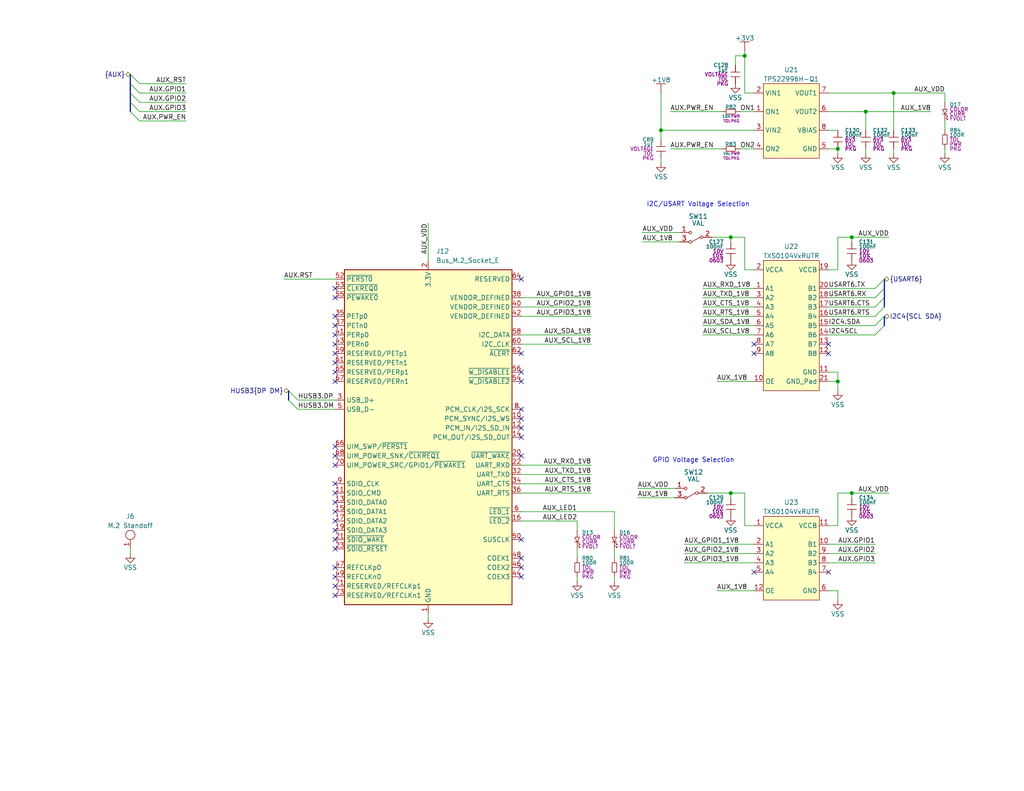
<source format=kicad_sch>
(kicad_sch (version 20250114) (generator "eeschema") (generator_version "9.0")
  (paper "USLetter")
  (title_block (title "Auxillary M.2 Card") (date "2025-03-06") (rev "1") (comment 2 "PROTOTYPE") (comment 3 "2025"))
  (lib_symbols
    (symbol ".DS-Switches:SPDT"
      (property "Reference" "SW?" (at 0 5.715 0))
      (property "Value" "VAL" (at 0 3.81 0))
      (symbol "SPDT_0_1"
        (circle (center -0.889 0) (radius 0.381))
        (polyline (pts (xy -0.508 0) (xy 1.778 -1.27)))
        (circle (center 2.159 1.27) (radius 0.381))
        (circle (center 2.159 -1.27) (radius 0.381))
      )
      (symbol "SPDT_1_0"
        (pin passive line (at -3.81 0 0) (length 2.54) (name "") (number "2"))
        (pin passive line (at 5.08 1.27 180) (length 2.54) (name "") (number "1"))
        (pin passive line (at 5.08 -1.27 180) (length 2.54) (name "") (number "3"))
      )
    )
    (symbol "lib_sch:+1V8" (power) (pin_numbers (hide yes)) (pin_names (offset 0) (hide yes))
      (property "Value" "+1V8" (at 0 3.556 0))
      (symbol "+1V8_0_1"
        (polyline (pts (xy -1.27 2.54) (xy 0 2.54)))
        (polyline (pts (xy 0 2.54) (xy 1.27 2.54)))
        (polyline (pts (xy 0 0) (xy 0 2.54)))
      )
      (symbol "+1V8_1_1"
        (pin power_in line (at 0 0 90) (length 0) (name "~") (number "1"))
      )
    )
    (symbol "lib_sch:+3V3" (power) (pin_numbers (hide yes)) (pin_names (offset 0) (hide yes))
      (property "Value" "+3V3" (at 0 3.556 0))
      (symbol "+3V3_0_1"
        (polyline (pts (xy -1.27 2.54) (xy 0 2.54)))
        (polyline (pts (xy 0 2.54) (xy 1.27 2.54)))
        (polyline (pts (xy 0 0) (xy 0 2.54)))
      )
      (symbol "+3V3_1_1"
        (pin power_in line (at 0 0 90) (length 0) (name "~") (number "1"))
      )
    )
    (symbol "lib_sch:Bus_M.2_Socket_E"
      (property "Reference" "J" (at -22.86 46.99 0))
      (property "Value" "Bus_M.2_Socket_E" (at 16.51 46.99 0))
      (symbol "Bus_M.2_Socket_E_0_1"
        (rectangle (start -22.86 45.72) (end 22.86 -45.72) (stroke (width 0.254)) (fill (type background)))
      )
      (symbol "Bus_M.2_Socket_E_1_1"
        (pin output line (at -25.4 43.18 0) (length 2.54) (name "~{PERST0}") (number "52"))
        (pin bidirectional line (at -25.4 40.64 0) (length 2.54) (name "~{CLKREQ0}") (number "53"))
        (pin bidirectional line (at -25.4 38.1 0) (length 2.54) (name "~{PEWAKE0}") (number "55"))
        (pin output line (at -25.4 33.02 0) (length 2.54) (name "PETp0") (number "35"))
        (pin output line (at -25.4 30.48 0) (length 2.54) (name "PETn0") (number "37"))
        (pin input line (at -25.4 27.94 0) (length 2.54) (name "PERp0") (number "41"))
        (pin input line (at -25.4 25.4 0) (length 2.54) (name "PERn0") (number "43"))
        (pin output line (at -25.4 22.86 0) (length 2.54) (name "RESERVED/PETp1") (number "59"))
        (pin output line (at -25.4 20.32 0) (length 2.54) (name "RESERVED/PETn1") (number "61"))
        (pin input line (at -25.4 17.78 0) (length 2.54) (name "RESERVED/PERp1") (number "65"))
        (pin input line (at -25.4 15.24 0) (length 2.54) (name "RESERVED/PERn1") (number "67"))
        (pin bidirectional line (at -25.4 10.16 0) (length 2.54) (name "USB_D+") (number "3"))
        (pin bidirectional line (at -25.4 7.62 0) (length 2.54) (name "USB_D-") (number "5"))
        (pin output line (at -25.4 -2.54 0) (length 2.54) (name "UIM_SWP/~{PERST1}") (number "66"))
        (pin bidirectional line (at -25.4 -5.08 0) (length 2.54) (name "UIM_POWER_SNK/~{CLKREQ1}") (number "68"))
        (pin bidirectional line (at -25.4 -7.62 0) (length 2.54) (name "UIM_POWER_SRC/GPIO1/~{PEWAKE1}") (number "70"))
        (pin output line (at -25.4 -12.7 0) (length 2.54) (name "SDIO_CLK") (number "9"))
        (pin bidirectional line (at -25.4 -15.24 0) (length 2.54) (name "SDIO_CMD") (number "11"))
        (pin bidirectional line (at -25.4 -17.78 0) (length 2.54) (name "SDIO_DATA0") (number "13"))
        (pin bidirectional line (at -25.4 -20.32 0) (length 2.54) (name "SDIO_DATA1") (number "15"))
        (pin bidirectional line (at -25.4 -22.86 0) (length 2.54) (name "SDIO_DATA2") (number "17"))
        (pin bidirectional line (at -25.4 -25.4 0) (length 2.54) (name "SDIO_DATA3") (number "19"))
        (pin input line (at -25.4 -27.94 0) (length 2.54) (name "~{SDIO_WAKE}") (number "21"))
        (pin output line (at -25.4 -30.48 0) (length 2.54) (name "~{SDIO_RESET}") (number "23"))
        (pin output line (at -25.4 -35.56 0) (length 2.54) (name "REFCLKp0") (number "47"))
        (pin output line (at -25.4 -38.1 0) (length 2.54) (name "REFCLKn0") (number "49"))
        (pin output line (at -25.4 -40.64 0) (length 2.54) (name "RESERVED/REFCLKp1") (number "71"))
        (pin output line (at -25.4 -43.18 0) (length 2.54) (name "RESERVED/REFCLKn1") (number "73"))
        (pin power_in line (at 0 48.26 270) (length 2.54) (name "3.3V") (number "2"))
        (pin passive line (at 0 48.26 270) (length 2.54) (hide yes) (name "3.3V") (number "4"))
        (pin passive line (at 0 48.26 270) (length 2.54) (hide yes) (name "3.3V") (number "72"))
        (pin passive line (at 0 48.26 270) (length 2.54) (hide yes) (name "3.3V") (number "74"))
        (pin power_in line (at 0 -48.26 90) (length 2.54) (name "GND") (number "1"))
        (pin passive line (at 0 -48.26 90) (length 2.54) (hide yes) (name "GND") (number "18"))
        (pin passive line (at 0 -48.26 90) (length 2.54) (hide yes) (name "GND") (number "33"))
        (pin passive line (at 0 -48.26 90) (length 2.54) (hide yes) (name "GND") (number "39"))
        (pin passive line (at 0 -48.26 90) (length 2.54) (hide yes) (name "GND") (number "45"))
        (pin passive line (at 0 -48.26 90) (length 2.54) (hide yes) (name "GND") (number "51"))
        (pin passive line (at 0 -48.26 90) (length 2.54) (hide yes) (name "GND") (number "57"))
        (pin passive line (at 0 -48.26 90) (length 2.54) (hide yes) (name "GND") (number "63"))
        (pin passive line (at 0 -48.26 90) (length 2.54) (hide yes) (name "GND") (number "69"))
        (pin passive line (at 0 -48.26 90) (length 2.54) (hide yes) (name "GND") (number "7"))
        (pin passive line (at 0 -48.26 90) (length 2.54) (hide yes) (name "GND") (number "75"))
        (pin passive line (at 25.4 43.18 180) (length 2.54) (name "RESERVED") (number "64"))
        (pin passive line (at 25.4 38.1 180) (length 2.54) (name "VENDOR_DEFINED") (number "38"))
        (pin passive line (at 25.4 35.56 180) (length 2.54) (name "VENDOR_DEFINED") (number "40"))
        (pin passive line (at 25.4 33.02 180) (length 2.54) (name "VENDOR_DEFINED") (number "42"))
        (pin bidirectional line (at 25.4 27.94 180) (length 2.54) (name "I2C_DATA") (number "58"))
        (pin output line (at 25.4 25.4 180) (length 2.54) (name "I2C_CLK") (number "60"))
        (pin input line (at 25.4 22.86 180) (length 2.54) (name "~{ALERT}") (number "62"))
        (pin output line (at 25.4 17.78 180) (length 2.54) (name "~{W_DISABLE1}") (number "56"))
        (pin output line (at 25.4 15.24 180) (length 2.54) (name "~{W_DISABLE2}") (number "54"))
        (pin bidirectional line (at 25.4 7.62 180) (length 2.54) (name "PCM_CLK/I2S_SCK") (number "8"))
        (pin bidirectional line (at 25.4 5.08 180) (length 2.54) (name "PCM_SYNC/I2S_WS") (number "10"))
        (pin input line (at 25.4 2.54 180) (length 2.54) (name "PCM_IN/I2S_SD_IN") (number "12"))
        (pin output line (at 25.4 0 180) (length 2.54) (name "PCM_OUT/I2S_SD_OUT") (number "14"))
        (pin input line (at 25.4 -5.08 180) (length 2.54) (name "~{UART_WAKE}") (number "20"))
        (pin input line (at 25.4 -7.62 180) (length 2.54) (name "UART_RXD") (number "22"))
        (pin output line (at 25.4 -10.16 180) (length 2.54) (name "UART_TXD") (number "32"))
        (pin input line (at 25.4 -12.7 180) (length 2.54) (name "UART_CTS") (number "34"))
        (pin output line (at 25.4 -15.24 180) (length 2.54) (name "UART_RTS") (number "36"))
        (pin open_collector line (at 25.4 -20.32 180) (length 2.54) (name "~{LED_1}") (number "6"))
        (pin open_collector line (at 25.4 -22.86 180) (length 2.54) (name "~{LED_2}") (number "16"))
        (pin output line (at 25.4 -27.94 180) (length 2.54) (name "SUSCLK") (number "50"))
        (pin bidirectional line (at 25.4 -33.02 180) (length 2.54) (name "COEX1") (number "48"))
        (pin bidirectional line (at 25.4 -35.56 180) (length 2.54) (name "COEX2") (number "46"))
        (pin bidirectional line (at 25.4 -38.1 180) (length 2.54) (name "COEX3") (number "44"))
      )
    )
    (symbol "lib_sch:C" (pin_numbers (hide yes)) (pin_names (hide yes))
      (property "Reference" "C?" (at 1.905 2.54 0))
      (property "Value" "CAP" (at 1.905 1.27 0))
      (property "Tolerance" "TOL" (at 1.905 -1.27 0))
      (property "Voltage Rating" "VOLTAGE" (at 1.905 0 0))
      (property "Package" "PKG" (at 1.905 -2.54 0))
      (symbol "C_0_1"
        (polyline (pts (xy -1.27 0.635) (xy 1.27 0.635)))
        (polyline (pts (xy -1.27 -0.635) (xy 1.27 -0.635)))
      )
      (symbol "C_1_1"
        (pin passive line (at 0 2.54 270) (length 1.905) (name "") (number "1"))
        (pin passive line (at 0 -2.54 90) (length 1.905) (name "") (number "2"))
      )
    )
    (symbol "lib_sch:LED" (pin_numbers (hide yes))
      (property "Reference" "D" (at 1.27 1.905 0))
      (property "Forward Voltage" "FVOLT" (at 1.27 -1.905 0))
      (property "Current" "CURR" (at 1.27 -0.635 0))
      (property "Color" "COLOR" (at 1.27 0.635 0))
      (symbol "LED_0_1"
        (polyline (pts (xy 0.254 -0.889) (xy 0.762 -1.397) (xy 0.762 -1.143) (xy 0.762 -1.397) (xy 0.508 -1.397)))
        (polyline (pts (xy 0.254 -1.651) (xy 0.762 -2.159) (xy 0.762 -1.905) (xy 0.762 -2.159) (xy 0.508 -2.159)))
        (polyline (pts (xy 0.635 -0.635) (xy -0.635 -0.635)))
      )
      (symbol "LED_1_0"
        (pin passive line (at 0 2.54 270) (length 1.905) (name "") (number "1"))
        (pin passive line (at 0 -2.54 90) (length 1.905) (name "") (number "2"))
      )
      (symbol "LED_1_1"
        (polyline (pts (xy 0.635 0.635) (xy -0.635 0.635) (xy 0 -0.635) (xy 0.635 0.635)) (stroke (width 0.1524)))
      )
    )
    (symbol "lib_sch:Mounting-Hole"
      (property "Reference" "J" (at 0 4.445 0))
      (property "Value" "VAL" (at 0 2.54 0))
      (symbol "Mounting-Hole_0_1"
        (circle (center 0 0) (radius 1.27))
      )
      (symbol "Mounting-Hole_1_1"
        (pin input line (at 0 -3.81 90) (length 2.54) (name "") (number "1"))
      )
    )
    (symbol "lib_sch:R"
      (property "Reference" "R?" (at 1.27 2.54 0))
      (property "Value" "VAL" (at 1.27 1.27 0))
      (property "Tolerance" "TOL" (at 1.27 0 0))
      (property "Power Rating" "PWR" (at 1.27 -1.27 0))
      (property "Package" "PKG" (at 1.27 -2.54 0))
      (symbol "R_0_1"
        (polyline (pts (xy -0.635 1.27) (xy -0.635 -1.27) (xy 0.635 -1.27) (xy 0.635 1.27) (xy -0.635 1.27)))
      )
      (symbol "R_1_1"
        (pin passive line (at 0 2.54 270) (length 1.27) (name "") (number "1"))
        (pin passive line (at 0 -2.54 90) (length 1.27) (name "") (number "2"))
      )
    )
    (symbol "lib_sch:R_horizontal"
      (property "Reference" "R?" (at 0 1.27 0))
      (property "Value" "VAL" (at 0 -1.27 0))
      (property "Tolerance" "TOL" (at 0 -2.54 0))
      (property "Power Rating" "PWR" (at 0 -1.27 0))
      (property "Package" "PKG" (at 0 -2.54 0))
      (symbol "R_horizontal_0_1"
        (polyline (pts (xy -1.27 -0.635) (xy 1.27 -0.635) (xy 1.27 0.635) (xy -1.27 0.635) (xy -1.27 -0.635)))
      )
      (symbol "R_horizontal_1_1"
        (pin passive line (at -2.54 0 0) (length 1.27) (name "") (number "1"))
        (pin passive line (at 2.54 0 180) (length 1.27) (name "") (number "2"))
      )
    )
    (symbol "lib_sch:TPS22996H-Q1"
      (property "Reference" "U?" (at 0 13.97 0))
      (property "Value" "TPS22996H-Q1" (at 0 11.43 0))
      (symbol "TPS22996H-Q1_0_0"
        (pin power_in line (at -10.16 7.62 0) (length 2.54) (name "VIN1") (number "2"))
        (pin input line (at -10.16 2.54 0) (length 2.54) (name "ON1") (number "1"))
        (pin power_in line (at -10.16 -2.54 0) (length 2.54) (name "VIN2") (number "3"))
        (pin input line (at -10.16 -7.62 0) (length 2.54) (name "ON2") (number "4"))
        (pin power_out line (at 10.16 7.62 180) (length 2.54) (name "VOUT1") (number "7"))
        (pin power_out line (at 10.16 2.54 180) (length 2.54) (name "VOUT2") (number "6"))
        (pin input line (at 10.16 -2.54 180) (length 2.54) (name "VBIAS") (number "8"))
        (pin passive line (at 10.16 -7.62 180) (length 2.54) (name "GND") (number "5"))
      )
      (symbol "TPS22996H-Q1_1_1"
        (rectangle (start -7.62 10.16) (end 7.62 -10.16) (fill (type background)))
      )
    )
    (symbol "lib_sch:TXS0104VxRUTR"
      (property "Reference" "U" (at 0 15.24 0))
      (property "Value" "TXS0104VxRUTR" (at 0 12.7 0))
      (symbol "TXS0104VxRUTR_0_0"
        (pin power_in line (at -10.16 8.89 0) (length 2.54) (name "VCCA") (number "1"))
        (pin bidirectional line (at -10.16 3.81 0) (length 2.54) (name "A1") (number "2"))
        (pin bidirectional line (at -10.16 1.27 0) (length 2.54) (name "A2") (number "3"))
        (pin bidirectional line (at -10.16 -1.27 0) (length 2.54) (name "A3") (number "4"))
        (pin bidirectional line (at -10.16 -3.81 0) (length 2.54) (name "A4") (number "5"))
        (pin input line (at -10.16 -8.89 0) (length 2.54) (name "OE") (number "12"))
        (pin power_in line (at 10.16 8.89 180) (length 2.54) (name "VCCB") (number "11"))
        (pin bidirectional line (at 10.16 3.81 180) (length 2.54) (name "B1") (number "10"))
        (pin bidirectional line (at 10.16 1.27 180) (length 2.54) (name "B2") (number "9"))
        (pin bidirectional line (at 10.16 -1.27 180) (length 2.54) (name "B3") (number "8"))
        (pin bidirectional line (at 10.16 -3.81 180) (length 2.54) (name "B4") (number "7"))
        (pin passive line (at 10.16 -8.89 180) (length 2.54) (name "GND") (number "6"))
      )
      (symbol "TXS0104VxRUTR_1_1"
        (rectangle (start -7.62 11.43) (end 7.62 -11.43) (fill (type background)))
      )
    )
    (symbol "lib_sch:TXS0108EQWRKSRQ1"
      (property "Reference" "U?" (at 0 21.59 0))
      (property "Value" "TXS0104VxRUTR" (at 0 19.05 0))
      (symbol "TXS0108EQWRKSRQ1_0_0"
        (pin power_in line (at -10.16 15.24 0) (length 2.54) (name "VCCA") (number "2"))
        (pin bidirectional line (at -10.16 10.16 0) (length 2.54) (name "A1") (number "1"))
        (pin bidirectional line (at -10.16 7.62 0) (length 2.54) (name "A2") (number "3"))
        (pin bidirectional line (at -10.16 5.08 0) (length 2.54) (name "A3") (number "4"))
        (pin bidirectional line (at -10.16 2.54 0) (length 2.54) (name "A4") (number "5"))
        (pin bidirectional line (at -10.16 0 0) (length 2.54) (name "A5") (number "6"))
        (pin bidirectional line (at -10.16 -2.54 0) (length 2.54) (name "A6") (number "7"))
        (pin bidirectional line (at -10.16 -5.08 0) (length 2.54) (name "A7") (number "8"))
        (pin bidirectional line (at -10.16 -7.62 0) (length 2.54) (name "A8") (number "9"))
        (pin tri_state line (at -10.16 -15.24 0) (length 2.54) (name "OE") (number "10"))
        (pin power_in line (at 10.16 15.24 180) (length 2.54) (name "VCCB") (number "19"))
        (pin bidirectional line (at 10.16 10.16 180) (length 2.54) (name "B1") (number "20"))
        (pin bidirectional line (at 10.16 7.62 180) (length 2.54) (name "B2") (number "18"))
        (pin bidirectional line (at 10.16 5.08 180) (length 2.54) (name "B3") (number "17"))
        (pin bidirectional line (at 10.16 2.54 180) (length 2.54) (name "B4") (number "16"))
        (pin bidirectional line (at 10.16 0 180) (length 2.54) (name "B5") (number "15"))
        (pin bidirectional line (at 10.16 -2.54 180) (length 2.54) (name "B6") (number "14"))
        (pin bidirectional line (at 10.16 -5.08 180) (length 2.54) (name "B7") (number "13"))
        (pin bidirectional line (at 10.16 -7.62 180) (length 2.54) (name "B8") (number "12"))
        (pin passive line (at 10.16 -12.7 180) (length 2.54) (name "GND") (number "11"))
        (pin passive line (at 10.16 -15.24 180) (length 2.54) (name "GND_Pad") (number "21"))
      )
      (symbol "TXS0108EQWRKSRQ1_1_1"
        (rectangle (start -7.62 17.78) (end 7.62 -17.78) (fill (type background)))
      )
    )
    (symbol "lib_sch:VSS" (power) (pin_numbers (hide yes)) (pin_names (offset 0) (hide yes))
      (property "Value" "VSS" (at 0 -3.81 0))
      (symbol "VSS_0_1"
        (polyline (pts (xy 0 0) (xy 0 -1.27) (xy 1.27 -1.27) (xy 0 -2.54) (xy -1.27 -1.27) (xy 0 -1.27)))
      )
      (symbol "VSS_1_1"
        (pin power_in line (at 0 0 270) (length 0) (name "~") (number "1"))
      )
    )
  )
  (text "GPIO Voltage Selection" (at 189.23 125.73 0) (effects (font (size 1.27 1.27))))
  (text "I2C/USART Voltage Selection" (at 190.5 55.88 0) (effects (font (size 1.27 1.27))))
  (junction (at 228.6 104.14))
  (junction (at 199.39 64.77))
  (junction (at 180.34 35.56))
  (junction (at 228.6 40.64))
  (junction (at 199.39 134.62))
  (junction (at 236.22 30.48))
  (junction (at 232.41 64.77))
  (junction (at 232.41 134.62))
  (junction (at 243.84 25.4))
  (junction (at 203.2 15.24))
  (no_connect (at 142.24 119.38))
  (no_connect (at 142.24 116.84))
  (no_connect (at 142.24 96.52))
  (no_connect (at 142.24 76.2))
  (no_connect (at 226.06 96.52))
  (no_connect (at 142.24 157.48))
  (no_connect (at 91.44 121.92))
  (no_connect (at 142.24 104.14))
  (no_connect (at 91.44 160.02))
  (no_connect (at 142.24 154.94))
  (no_connect (at 91.44 149.86))
  (no_connect (at 91.44 86.36))
  (no_connect (at 205.74 93.98))
  (no_connect (at 142.24 152.4))
  (no_connect (at 91.44 88.9))
  (no_connect (at 91.44 81.28))
  (no_connect (at 91.44 101.6))
  (no_connect (at 142.24 111.76))
  (no_connect (at 91.44 132.08))
  (no_connect (at 91.44 134.62))
  (no_connect (at 91.44 99.06))
  (no_connect (at 91.44 124.46))
  (no_connect (at 91.44 162.56))
  (no_connect (at 226.06 156.21))
  (no_connect (at 91.44 137.16))
  (no_connect (at 91.44 144.78))
  (no_connect (at 142.24 124.46))
  (no_connect (at 91.44 142.24))
  (no_connect (at 91.44 139.7))
  (no_connect (at 91.44 157.48))
  (no_connect (at 226.06 93.98))
  (no_connect (at 205.74 96.52))
  (no_connect (at 91.44 93.98))
  (no_connect (at 91.44 147.32))
  (no_connect (at 91.44 127))
  (no_connect (at 205.74 156.21))
  (no_connect (at 91.44 91.44))
  (no_connect (at 91.44 78.74))
  (no_connect (at 142.24 101.6))
  (no_connect (at 91.44 104.14))
  (no_connect (at 91.44 96.52))
  (no_connect (at 142.24 147.32))
  (no_connect (at 91.44 154.94))
  (no_connect (at 142.24 114.3))
  (bus_entry (at 238.76 83.82) (size 2.54 -2.54))
  (bus_entry (at 38.1 33.02) (size -2.54 -2.54))
  (bus_entry (at 38.1 22.86) (size -2.54 -2.54))
  (bus_entry (at 238.76 81.28) (size 2.54 -2.54))
  (bus_entry (at 238.76 86.36) (size 2.54 -2.54))
  (bus_entry (at 81.28 109.22) (size -2.54 -2.54))
  (bus_entry (at 238.76 88.9) (size 2.54 -2.54))
  (bus_entry (at 238.76 78.74) (size 2.54 -2.54))
  (bus_entry (at 38.1 25.4) (size -2.54 -2.54))
  (bus_entry (at 38.1 30.48) (size -2.54 -2.54))
  (bus_entry (at 81.28 111.76) (size -2.54 -2.54))
  (bus_entry (at 38.1 27.94) (size -2.54 -2.54))
  (bus_entry (at 238.76 91.44) (size 2.54 -2.54))
  (wire (pts (xy 38.1 33.02) (xy 50.8 33.02)))
  (wire (pts (xy 228.6 41.91) (xy 228.6 40.64)))
  (wire (pts (xy 226.06 91.44) (xy 238.76 91.44)))
  (wire (pts (xy 243.84 25.4) (xy 243.84 35.56)))
  (bus (pts (xy 35.56 27.94) (xy 35.56 30.48)))
  (wire (pts (xy 157.48 142.24) (xy 142.24 142.24)))
  (wire (pts (xy 228.6 134.62) (xy 228.6 143.51)))
  (wire (pts (xy 167.64 149.86) (xy 167.64 152.4)))
  (wire (pts (xy 180.34 35.56) (xy 180.34 38.1)))
  (wire (pts (xy 228.6 40.64) (xy 226.06 40.64)))
  (wire (pts (xy 203.2 73.66) (xy 205.74 73.66)))
  (wire (pts (xy 180.34 43.18) (xy 180.34 44.45)))
  (wire (pts (xy 228.6 106.68) (xy 228.6 104.14)))
  (wire (pts (xy 236.22 30.48) (xy 236.22 35.56)))
  (bus (pts (xy 35.56 25.4) (xy 35.56 27.94)))
  (wire (pts (xy 203.2 15.24) (xy 203.2 25.4)))
  (bus (pts (xy 241.3 78.74) (xy 241.3 81.28)))
  (wire (pts (xy 195.58 104.14) (xy 205.74 104.14)))
  (wire (pts (xy 199.39 66.04) (xy 199.39 64.77)))
  (bus (pts (xy 241.3 81.28) (xy 241.3 83.82)))
  (wire (pts (xy 157.48 157.48) (xy 157.48 158.75)))
  (bus (pts (xy 35.56 22.86) (xy 35.56 25.4)))
  (wire (pts (xy 238.76 151.13) (xy 226.06 151.13)))
  (wire (pts (xy 242.57 134.62) (xy 232.41 134.62)))
  (wire (pts (xy 142.24 81.28) (xy 161.29 81.28)))
  (wire (pts (xy 142.24 93.98) (xy 161.29 93.98)))
  (wire (pts (xy 226.06 104.14) (xy 228.6 104.14)))
  (wire (pts (xy 203.2 25.4) (xy 205.74 25.4)))
  (wire (pts (xy 191.77 78.74) (xy 205.74 78.74)))
  (wire (pts (xy 157.48 149.86) (xy 157.48 152.4)))
  (wire (pts (xy 228.6 64.77) (xy 228.6 73.66)))
  (wire (pts (xy 50.8 30.48) (xy 38.1 30.48)))
  (wire (pts (xy 238.76 153.67) (xy 226.06 153.67)))
  (wire (pts (xy 205.74 153.67) (xy 186.69 153.67)))
  (wire (pts (xy 199.39 135.89) (xy 199.39 134.62)))
  (wire (pts (xy 226.06 81.28) (xy 238.76 81.28)))
  (bus (pts (xy 78.74 106.68) (xy 78.74 109.22)))
  (wire (pts (xy 142.24 91.44) (xy 161.29 91.44)))
  (wire (pts (xy 175.26 66.04) (xy 185.42 66.04)))
  (wire (pts (xy 226.06 86.36) (xy 238.76 86.36)))
  (wire (pts (xy 180.34 35.56) (xy 205.74 35.56)))
  (wire (pts (xy 142.24 83.82) (xy 161.29 83.82)))
  (wire (pts (xy 201.93 40.64) (xy 205.74 40.64)))
  (wire (pts (xy 180.34 25.4) (xy 180.34 35.56)))
  (wire (pts (xy 142.24 132.08) (xy 161.29 132.08)))
  (wire (pts (xy 205.74 148.59) (xy 186.69 148.59)))
  (wire (pts (xy 228.6 143.51) (xy 226.06 143.51)))
  (wire (pts (xy 182.88 30.48) (xy 196.85 30.48)))
  (wire (pts (xy 173.99 135.89) (xy 184.15 135.89)))
  (wire (pts (xy 35.56 149.86) (xy 35.56 151.13)))
  (wire (pts (xy 173.99 133.35) (xy 184.15 133.35)))
  (wire (pts (xy 142.24 129.54) (xy 161.29 129.54)))
  (wire (pts (xy 50.8 27.94) (xy 38.1 27.94)))
  (wire (pts (xy 205.74 88.9) (xy 191.77 88.9)))
  (wire (pts (xy 142.24 127) (xy 161.29 127)))
  (wire (pts (xy 193.04 134.62) (xy 199.39 134.62)))
  (bus (pts (xy 241.3 88.9) (xy 241.3 86.36)))
  (wire (pts (xy 238.76 148.59) (xy 226.06 148.59)))
  (wire (pts (xy 200.66 15.24) (xy 200.66 17.78)))
  (wire (pts (xy 243.84 25.4) (xy 257.81 25.4)))
  (wire (pts (xy 226.06 161.29) (xy 228.6 161.29)))
  (wire (pts (xy 226.06 30.48) (xy 236.22 30.48)))
  (wire (pts (xy 195.58 161.29) (xy 205.74 161.29)))
  (wire (pts (xy 257.81 33.02) (xy 257.81 35.56)))
  (wire (pts (xy 191.77 86.36) (xy 205.74 86.36)))
  (wire (pts (xy 142.24 139.7) (xy 167.64 139.7)))
  (wire (pts (xy 232.41 66.04) (xy 232.41 64.77)))
  (wire (pts (xy 182.88 40.64) (xy 196.85 40.64)))
  (wire (pts (xy 226.06 83.82) (xy 238.76 83.82)))
  (wire (pts (xy 50.8 22.86) (xy 38.1 22.86)))
  (wire (pts (xy 116.84 167.64) (xy 116.84 168.91)))
  (wire (pts (xy 142.24 86.36) (xy 161.29 86.36)))
  (wire (pts (xy 161.29 134.62) (xy 142.24 134.62)))
  (wire (pts (xy 201.93 30.48) (xy 205.74 30.48)))
  (wire (pts (xy 175.26 63.5) (xy 185.42 63.5)))
  (wire (pts (xy 203.2 134.62) (xy 203.2 143.51)))
  (wire (pts (xy 199.39 64.77) (xy 203.2 64.77)))
  (wire (pts (xy 228.6 104.14) (xy 228.6 101.6)))
  (bus (pts (xy 241.3 76.2) (xy 241.3 78.74)))
  (wire (pts (xy 199.39 134.62) (xy 203.2 134.62)))
  (wire (pts (xy 91.44 111.76) (xy 81.28 111.76)))
  (wire (pts (xy 226.06 78.74) (xy 238.76 78.74)))
  (wire (pts (xy 50.8 25.4) (xy 38.1 25.4)))
  (wire (pts (xy 226.06 88.9) (xy 238.76 88.9)))
  (wire (pts (xy 203.2 64.77) (xy 203.2 73.66)))
  (wire (pts (xy 203.2 13.97) (xy 203.2 15.24)))
  (bus (pts (xy 35.56 20.32) (xy 35.56 22.86)))
  (wire (pts (xy 226.06 35.56) (xy 228.6 35.56)))
  (wire (pts (xy 191.77 81.28) (xy 205.74 81.28)))
  (wire (pts (xy 77.47 76.2) (xy 91.44 76.2)))
  (wire (pts (xy 242.57 64.77) (xy 232.41 64.77)))
  (wire (pts (xy 200.66 15.24) (xy 203.2 15.24)))
  (wire (pts (xy 232.41 135.89) (xy 232.41 134.62)))
  (wire (pts (xy 91.44 109.22) (xy 81.28 109.22)))
  (wire (pts (xy 236.22 30.48) (xy 254 30.48)))
  (wire (pts (xy 226.06 25.4) (xy 243.84 25.4)))
  (wire (pts (xy 243.84 41.91) (xy 243.84 40.64)))
  (wire (pts (xy 167.64 139.7) (xy 167.64 144.78)))
  (wire (pts (xy 228.6 163.83) (xy 228.6 161.29)))
  (wire (pts (xy 157.48 144.78) (xy 157.48 142.24)))
  (wire (pts (xy 228.6 101.6) (xy 226.06 101.6)))
  (wire (pts (xy 203.2 143.51) (xy 205.74 143.51)))
  (wire (pts (xy 257.81 27.94) (xy 257.81 25.4)))
  (wire (pts (xy 191.77 83.82) (xy 205.74 83.82)))
  (wire (pts (xy 257.81 40.64) (xy 257.81 41.91)))
  (wire (pts (xy 205.74 151.13) (xy 186.69 151.13)))
  (wire (pts (xy 194.31 64.77) (xy 199.39 64.77)))
  (wire (pts (xy 232.41 134.62) (xy 228.6 134.62)))
  (wire (pts (xy 116.84 60.96) (xy 116.84 71.12)))
  (wire (pts (xy 232.41 64.77) (xy 228.6 64.77)))
  (wire (pts (xy 205.74 91.44) (xy 191.77 91.44)))
  (wire (pts (xy 236.22 41.91) (xy 236.22 40.64)))
  (wire (pts (xy 167.64 157.48) (xy 167.64 158.75)))
  (wire (pts (xy 228.6 73.66) (xy 226.06 73.66)))
  (label "USART6.RX" (at 226.06 81.28 0))
  (label "AUX_CTS_1V8" (at 161.29 132.08 180))
  (label "AUX_RXD_1V8" (at 161.29 127 180))
  (label "AUX.PWR_EN" (at 182.88 30.48 0))
  (label "AUX_SDA_1V8" (at 191.77 88.9 0))
  (label "AUX_1V8" (at 195.58 104.14 0))
  (label "AUX_GPIO1_1V8" (at 161.29 81.28 180))
  (label "AUX_GPIO3_1V8" (at 161.29 86.36 180))
  (label "AUX.GPIO2" (at 50.8 27.94 180))
  (label "AUX_VDD" (at 116.84 60.96 270))
  (label "AUX_GPIO3_1V8" (at 186.69 153.67 0))
  (label "I2C4SCL" (at 226.06 91.44 0))
  (label "USART6.RTS" (at 226.06 86.36 0))
  (label "AUX_CTS_1V8" (at 191.77 83.82 0))
  (label "ON2" (at 201.93 40.64 0))
  (label "AUX_1V8" (at 195.58 161.29 0))
  (label "AUX_GPIO2_1V8" (at 161.29 83.82 180))
  (label "AUX_1V8" (at 175.26 66.04 0))
  (label "AUX.RST" (at 77.47 76.2 0))
  (label "AUX.GPIO1" (at 50.8 25.4 180))
  (label "AUX_VDD" (at 173.99 133.35 0))
  (label "AUX_1V8" (at 173.99 135.89 0))
  (label "AUX_SDA_1V8" (at 161.29 91.44 180))
  (label "AUX_1V8" (at 254 30.48 180))
  (label "AUX.GPIO3" (at 238.76 153.67 180))
  (label "HUSB3.DP" (at 81.28 109.22 0))
  (label "AUX_VDD" (at 242.57 134.62 180))
  (label "AUX.PWR_EN" (at 50.8 33.02 180))
  (label "AUX.GPIO1" (at 238.76 148.59 180))
  (label "AUX.GPIO3" (at 50.8 30.48 180))
  (label "AUX_GPIO1_1V8" (at 186.69 148.59 0))
  (label "HUSB3.DM" (at 81.28 111.76 0))
  (label "AUX_SCL_1V8" (at 191.77 91.44 0))
  (label "AUX_TXD_1V8" (at 161.29 129.54 180))
  (label "AUX_SCL_1V8" (at 161.29 93.98 180))
  (label "AUX_VDD" (at 242.57 64.77 180))
  (label "AUX_LED1" (at 157.48 139.7 180))
  (label "AUX_TXD_1V8" (at 191.77 81.28 0))
  (label "AUX_RST" (at 50.8 22.86 180))
  (label "AUX_LED2" (at 157.48 142.24 180))
  (label "AUX.PWR_EN" (at 182.88 40.64 0))
  (label "AUX_VDD" (at 257.81 25.4 180))
  (label "ON1" (at 201.93 30.48 0))
  (label "AUX_VDD" (at 175.26 63.5 0))
  (label "USART6.CTS" (at 226.06 83.82 0))
  (label "AUX_RXD_1V8" (at 191.77 78.74 0))
  (label "AUX_RTS_1V8" (at 161.29 134.62 180))
  (label "AUX.GPIO2" (at 238.76 151.13 180))
  (label "USART6.TX" (at 226.06 78.74 0))
  (label "AUX_GPIO2_1V8" (at 186.69 151.13 0))
  (label "I2C4.SDA" (at 226.06 88.9 0))
  (label "AUX_RTS_1V8" (at 191.77 86.36 0))
  (hierarchical_label "{AUX}" (shape bidirectional) (at 35.56 20.32 180))
  (hierarchical_label "HUSB3{DP DM}" (shape bidirectional) (at 78.74 106.68 180))
  (hierarchical_label "I2C4{SCL SDA}" (shape bidirectional) (at 241.3 86.36 0))
  (hierarchical_label "{USART6}" (shape bidirectional) (at 241.3 76.2 0))
  (symbol (lib_id "lib_sch:VSS") (at 157.48 158.75 0) (unit 1)
    (property "Reference" "#PWR0218" (effects (hide yes)))
    (property "Value" "VSS" (at 157.48 162.56 0))
  )
  (symbol (lib_id "lib_sch:C") (at 243.84 38.1 0) (unit 1)
    (property "Reference" "C133" (at 245.745 35.56 0) (effects (font (size 1.016 1.016)) (justify left)))
    (property "Value" "100nF" (at 245.745 36.83 0) (effects (font (size 1.016 1.016)) (justify left)))
    (property "Description" "Ceramic capacitor symbol" (effects (hide yes)))
    (property "Tolerance" "TOL" (at 245.745 39.37 0) (effects (font (size 1.016 1.016)) (justify left)))
    (property "Voltage Rating" "6V3" (at 245.745 38.1 0) (effects (font (size 1.016 1.016)) (justify left)))
    (property "Package" "PKG" (at 245.745 40.64 0) (effects (font (size 1.016 1.016)) (justify left)))
  )
  (symbol (lib_id ".DS-Switches:SPDT") (at 189.23 134.62 0) (mirror y) (unit 1)
    (property "Reference" "SW12" (at 189.23 128.905 0))
    (property "Value" "VAL" (at 189.23 130.81 0))
  )
  (symbol (lib_id "lib_sch:VSS") (at 228.6 163.83 0) (unit 1)
    (property "Reference" "#PWR0228" (effects (hide yes)))
    (property "Value" "VSS" (at 228.6 167.64 0))
  )
  (symbol (lib_id "lib_sch:VSS") (at 236.22 41.91 0) (unit 1)
    (property "Reference" "#PWR0227" (effects (hide yes)))
    (property "Value" "VSS" (at 236.22 45.72 0))
  )
  (symbol (lib_id "lib_sch:VSS") (at 180.34 44.45 0) (unit 1)
    (property "Reference" "#PWR0217" (effects (hide yes)))
    (property "Value" "VSS" (at 180.34 48.26 0))
  )
  (symbol (lib_id "lib_sch:TXS0104VxRUTR") (at 215.9 152.4 0) (unit 1)
    (property "Reference" "U23" (at 215.9 137.16 0))
    (property "Value" "TXS0104VxRUTR" (at 215.9 139.7 0))
    (property "Footprint" "lib_fp:RUT0012A" (effects (hide yes)))
    (property "Datasheet" "datasheets/Texas-Instruments-TXS0104V.pdf" (effects (hide yes)))
    (property "Description" "Voltage Level Translator Bidirectional 1 Circuit 4 Channel 24Mbps" (effects (hide yes)))
    (property "Manufacturer" "Texas Instruments" (effects (hide yes)))
    (property "MPN" "TXS0104VQRUTRQ1" (effects (hide yes)))
    (property "DKPN" "296-TXS0104VQRUTRQ1CT-ND" (effects (hide yes)))
  )
  (symbol (lib_id "lib_sch:VSS") (at 167.64 158.75 0) (unit 1)
    (property "Reference" "#PWR0219" (effects (hide yes)))
    (property "Value" "VSS" (at 167.64 162.56 0))
  )
  (symbol (lib_id "lib_sch:VSS") (at 200.66 22.86 0) (unit 1)
    (property "Reference" "#PWR0221" (effects (hide yes)))
    (property "Value" "VSS" (at 200.66 26.67 0))
  )
  (symbol (lib_id "lib_sch:VSS") (at 228.6 41.91 0) (unit 1)
    (property "Reference" "#PWR0224" (effects (hide yes)))
    (property "Value" "VSS" (at 228.6 45.72 0))
  )
  (symbol (lib_id "lib_sch:R") (at 157.48 154.94 0) (unit 1)
    (property "Reference" "R80" (at 158.75 152.4 0) (effects (font (size 1.016 1.016)) (justify left)))
    (property "Value" "100R" (at 158.75 153.67 0) (effects (font (size 1.016 1.016)) (justify left)))
    (property "Tolerance" "TOL" (at 158.75 154.94 0) (effects (font (size 1.016 1.016)) (justify left)))
    (property "Power Rating" "PWR" (at 158.75 156.21 0) (effects (font (size 1.016 1.016)) (justify left)))
    (property "Package" "PKG" (at 158.75 157.48 0) (effects (font (size 1.016 1.016)) (justify left)))
  )
  (symbol (lib_id "lib_sch:Bus_M.2_Socket_E") (at 116.84 119.38 0) (unit 1)
    (property "Reference" "J12" (at 118.9833 68.58 0) (effects (justify left)))
    (property "Value" "Bus_M.2_Socket_E" (at 118.9833 71.12 0) (effects (justify left)))
    (property "Datasheet" "https://web.archive.org/web/20200613074028/http://read.pudn.com/downloads794/doc/project/3133918/PCIe_M.2_Electromechanical_Spec_Rev1.0_Final_11012013_RS_Clean.pdf#page=150" (effects (hide yes)))
    (property "Description" "M.2 Socket 1-SD Mechanical Key E" (effects (hide yes)))
  )
  (symbol (lib_id "lib_sch:VSS") (at 232.41 71.12 0) (unit 1)
    (property "Reference" "#PWR0226" (effects (hide yes)))
    (property "Value" "VSS" (at 232.41 74.93 0))
  )
  (symbol (lib_id "lib_sch:VSS") (at 232.41 140.97 0) (unit 1)
    (property "Reference" "#PWR0230" (effects (hide yes)))
    (property "Value" "VSS" (at 232.41 144.78 0))
  )
  (symbol (lib_id "lib_sch:LED") (at 157.48 147.32 0) (unit 1)
    (property "Reference" "D13" (at 158.75 145.415 0) (effects (font (size 1.016 1.016)) (justify left)))
    (property "Forward Voltage" "FVOLT" (at 158.75 149.225 0) (effects (font (size 1.016 1.016)) (justify left)))
    (property "Current" "CURR" (at 158.75 147.955 0) (effects (font (size 1.016 1.016)) (justify left)))
    (property "Color" "COLOR" (at 158.75 146.685 0) (effects (font (size 1.016 1.016)) (justify left)))
  )
  (symbol (lib_id "lib_sch:+3V3") (at 203.2 13.97 0) (unit 1)
    (property "Reference" "#PWR0222" (effects (hide yes)))
    (property "Value" "+3V3" (at 203.2 10.414 0))
  )
  (symbol (lib_id "lib_sch:C") (at 180.34 40.64 0) (mirror y) (unit 1)
    (property "Reference" "C89" (at 178.435 38.1 0) (effects (font (size 1.016 1.016)) (justify left)))
    (property "Value" "1uF" (at 178.435 39.37 0) (effects (font (size 1.016 1.016)) (justify left)))
    (property "Description" "Ceramic capacitor symbol" (effects (hide yes)))
    (property "Tolerance" "TOL" (at 178.435 41.91 0) (effects (font (size 1.016 1.016)) (justify left)))
    (property "Voltage Rating" "VOLTAGE" (at 178.435 40.64 0) (effects (font (size 1.016 1.016)) (justify left)))
    (property "Package" "PKG" (at 178.435 43.18 0) (effects (font (size 1.016 1.016)) (justify left)))
  )
  (symbol (lib_id "lib_sch:VSS") (at 257.81 41.91 0) (unit 1)
    (property "Reference" "#PWR0231" (effects (hide yes)))
    (property "Value" "VSS" (at 257.81 45.72 0))
  )
  (symbol (lib_id "lib_sch:R") (at 257.81 38.1 0) (unit 1)
    (property "Reference" "R84" (at 259.08 35.56 0) (effects (font (size 1.016 1.016)) (justify left)))
    (property "Value" "100R" (at 259.08 36.83 0) (effects (font (size 1.016 1.016)) (justify left)))
    (property "Tolerance" "TOL" (at 259.08 38.1 0) (effects (font (size 1.016 1.016)) (justify left)))
    (property "Power Rating" "PWR" (at 259.08 39.37 0) (effects (font (size 1.016 1.016)) (justify left)))
    (property "Package" "PKG" (at 259.08 40.64 0) (effects (font (size 1.016 1.016)) (justify left)))
  )
  (symbol (lib_id "lib_sch:TXS0108EQWRKSRQ1") (at 215.9 88.9 0) (unit 1)
    (property "Reference" "U22" (at 215.9 67.31 0))
    (property "Value" "TXS0104VxRUTR" (at 215.9 69.85 0))
    (property "Manufacturer" "Texas Instruments" (effects (hide yes)))
  )
  (symbol (lib_id "lib_sch:LED") (at 167.64 147.32 0) (unit 1)
    (property "Reference" "D16" (at 168.91 145.415 0) (effects (font (size 1.016 1.016)) (justify left)))
    (property "Forward Voltage" "FVOLT" (at 168.91 149.225 0) (effects (font (size 1.016 1.016)) (justify left)))
    (property "Current" "CURR" (at 168.91 147.955 0) (effects (font (size 1.016 1.016)) (justify left)))
    (property "Color" "COLOR" (at 168.91 146.685 0) (effects (font (size 1.016 1.016)) (justify left)))
  )
  (symbol (lib_id "lib_sch:R_horizontal") (at 199.39 30.48 0) (unit 1)
    (property "Reference" "R82" (at 199.39 29.21 0) (effects (font (size 1.016 1.016))))
    (property "Value" "10K" (at 199.39 31.75 0) (effects (font (size 0.762 0.762)) (justify right)))
    (property "Tolerance" "TOL" (at 199.39 33.02 0) (effects (font (size 0.762 0.762)) (justify right)))
    (property "Power Rating" "PWR" (at 199.39 31.75 0) (effects (font (size 0.762 0.762)) (justify left)))
    (property "Package" "PKG" (at 199.39 33.02 0) (effects (font (size 0.762 0.762)) (justify left)))
  )
  (symbol (lib_id "lib_sch:TPS22996H-Q1") (at 215.9 33.02 0) (unit 1)
    (property "Reference" "U21" (at 215.9 19.05 0))
    (property "Value" "TPS22996H-Q1" (at 215.9 21.59 0))
    (property "Datasheet" "datasheets/Texas-Instruments-TPS22996H-Q1.pdf" (effects (hide yes)))
    (property "Description" "5.5-V, 3-A, 19-mΩ On-Resistance Automotive Load Switch" (effects (hide yes)))
    (property "Manufacturer" "Texas Instruments" (effects (hide yes)))
    (property "MPN" "TPS22996HQDYCRQ1" (effects (hide yes)))
    (property "DKPN" "296-TPS22996HQDYCRQ1CT-ND" (effects (hide yes)))
  )
  (symbol (lib_id "lib_sch:C") (at 232.41 68.58 0) (unit 1)
    (property "Reference" "C131" (at 234.315 66.04 0) (effects (font (size 1.016 1.016)) (justify left)))
    (property "Value" "100nF" (at 234.315 67.31 0) (effects (font (size 1.016 1.016)) (justify left)))
    (property "Footprint" "lib_fp:MLCC0603" (effects (hide yes)))
    (property "Datasheet" "datasheets/Kyocera-AVX-MLCCKAM.pdf" (effects (hide yes)))
    (property "Description" "CAP CER 0.1UF 10V X7R 0603" (effects (hide yes)))
    (property "Manufacturer" "KYOCERA AVX" (effects (hide yes)))
    (property "MPN" "KAM15AR71A104KT" (effects (hide yes)))
    (property "DKPN" "478-KAM15AR71A104KTCT-ND" (effects (hide yes)))
    (property "Tolerance" "10%" (at 234.315 69.85 0) (effects (font (size 1.016 1.016)) (justify left)))
    (property "Voltage Rating" "10V" (at 234.315 68.58 0) (effects (font (size 1.016 1.016)) (justify left)))
    (property "Package" "0603" (at 234.315 71.12 0) (effects (font (size 1.016 1.016)) (justify left)))
  )
  (symbol (lib_id "lib_sch:LED") (at 257.81 30.48 0) (unit 1)
    (property "Reference" "D17" (at 259.08 28.575 0) (effects (font (size 1.016 1.016)) (justify left)))
    (property "Forward Voltage" "FVOLT" (at 259.08 32.385 0) (effects (font (size 1.016 1.016)) (justify left)))
    (property "Current" "CURR" (at 259.08 31.115 0) (effects (font (size 1.016 1.016)) (justify left)))
    (property "Color" "COLOR" (at 259.08 29.845 0) (effects (font (size 1.016 1.016)) (justify left)))
  )
  (symbol (lib_id "lib_sch:R_horizontal") (at 199.39 40.64 0) (unit 1)
    (property "Reference" "R83" (at 199.39 39.37 0) (effects (font (size 1.016 1.016))))
    (property "Value" "VAL" (at 199.39 41.91 0) (effects (font (size 0.762 0.762)) (justify right)))
    (property "Tolerance" "TOL" (at 199.39 43.18 0) (effects (font (size 0.762 0.762)) (justify right)))
    (property "Power Rating" "PWR" (at 199.39 41.91 0) (effects (font (size 0.762 0.762)) (justify left)))
    (property "Package" "PKG" (at 199.39 43.18 0) (effects (font (size 0.762 0.762)) (justify left)))
  )
  (symbol (lib_id "lib_sch:VSS") (at 199.39 140.97 0) (unit 1)
    (property "Reference" "#PWR0223" (effects (hide yes)))
    (property "Value" "VSS" (at 199.39 144.78 0))
  )
  (symbol (lib_id "lib_sch:VSS") (at 199.39 71.12 0) (unit 1)
    (property "Reference" "#PWR0220" (effects (hide yes)))
    (property "Value" "VSS" (at 199.39 74.93 0))
  )
  (symbol (lib_id "lib_sch:C") (at 236.22 38.1 0) (unit 1)
    (property "Reference" "C132" (at 238.125 35.56 0) (effects (font (size 1.016 1.016)) (justify left)))
    (property "Value" "100nF" (at 238.125 36.83 0) (effects (font (size 1.016 1.016)) (justify left)))
    (property "Description" "Ceramic capacitor symbol" (effects (hide yes)))
    (property "Tolerance" "TOL" (at 238.125 39.37 0) (effects (font (size 1.016 1.016)) (justify left)))
    (property "Voltage Rating" "6V3" (at 238.125 38.1 0) (effects (font (size 1.016 1.016)) (justify left)))
    (property "Package" "PKG" (at 238.125 40.64 0) (effects (font (size 1.016 1.016)) (justify left)))
  )
  (symbol (lib_id "lib_sch:VSS") (at 228.6 106.68 0) (unit 1)
    (property "Reference" "#PWR0225" (effects (hide yes)))
    (property "Value" "VSS" (at 228.6 110.49 0))
  )
  (symbol (lib_id "lib_sch:C") (at 232.41 138.43 0) (unit 1)
    (property "Reference" "C134" (at 234.315 135.89 0) (effects (font (size 1.016 1.016)) (justify left)))
    (property "Value" "100nF" (at 234.315 137.16 0) (effects (font (size 1.016 1.016)) (justify left)))
    (property "Footprint" "lib_fp:MLCC0603" (effects (hide yes)))
    (property "Datasheet" "datasheets/Kyocera-AVX-MLCCKAM.pdf" (effects (hide yes)))
    (property "Description" "CAP CER 0.1UF 10V X7R 0603" (effects (hide yes)))
    (property "Manufacturer" "KYOCERA AVX" (effects (hide yes)))
    (property "MPN" "KAM15AR71A104KT" (effects (hide yes)))
    (property "DKPN" "478-KAM15AR71A104KTCT-ND" (effects (hide yes)))
    (property "Tolerance" "10%" (at 234.315 139.7 0) (effects (font (size 1.016 1.016)) (justify left)))
    (property "Voltage Rating" "10V" (at 234.315 138.43 0) (effects (font (size 1.016 1.016)) (justify left)))
    (property "Package" "0603" (at 234.315 140.97 0) (effects (font (size 1.016 1.016)) (justify left)))
  )
  (symbol (lib_id "lib_sch:C") (at 228.6 38.1 0) (unit 1)
    (property "Reference" "C130" (at 230.505 35.56 0) (effects (font (size 1.016 1.016)) (justify left)))
    (property "Value" "100nF" (at 230.505 36.83 0) (effects (font (size 1.016 1.016)) (justify left)))
    (property "Description" "Ceramic capacitor symbol" (effects (hide yes)))
    (property "Tolerance" "TOL" (at 230.505 39.37 0) (effects (font (size 1.016 1.016)) (justify left)))
    (property "Voltage Rating" "6V3" (at 230.505 38.1 0) (effects (font (size 1.016 1.016)) (justify left)))
    (property "Package" "PKG" (at 230.505 40.64 0) (effects (font (size 1.016 1.016)) (justify left)))
  )
  (symbol (lib_id "lib_sch:Mounting-Hole") (at 35.56 146.05 0) (unit 1)
    (property "Reference" "J6" (at 35.56 140.97 0))
    (property "Value" "M.2 Standoff" (at 35.56 143.51 0))
  )
  (symbol (lib_id "lib_sch:C") (at 200.66 20.32 0) (mirror y) (unit 1)
    (property "Reference" "C128" (at 198.755 17.78 0) (effects (font (size 1.016 1.016)) (justify left)))
    (property "Value" "1uF" (at 198.755 19.05 0) (effects (font (size 1.016 1.016)) (justify left)))
    (property "Description" "Ceramic capacitor symbol" (effects (hide yes)))
    (property "Tolerance" "TOL" (at 198.755 21.59 0) (effects (font (size 1.016 1.016)) (justify left)))
    (property "Voltage Rating" "VOLTAGE" (at 198.755 20.32 0) (effects (font (size 1.016 1.016)) (justify left)))
    (property "Package" "PKG" (at 198.755 22.86 0) (effects (font (size 1.016 1.016)) (justify left)))
  )
  (symbol (lib_id "lib_sch:VSS") (at 243.84 41.91 0) (unit 1)
    (property "Reference" "#PWR0229" (effects (hide yes)))
    (property "Value" "VSS" (at 243.84 45.72 0))
  )
  (symbol (lib_id "lib_sch:R") (at 167.64 154.94 0) (unit 1)
    (property "Reference" "R81" (at 168.91 152.4 0) (effects (font (size 1.016 1.016)) (justify left)))
    (property "Value" "100R" (at 168.91 153.67 0) (effects (font (size 1.016 1.016)) (justify left)))
    (property "Tolerance" "TOL" (at 168.91 154.94 0) (effects (font (size 1.016 1.016)) (justify left)))
    (property "Power Rating" "PWR" (at 168.91 156.21 0) (effects (font (size 1.016 1.016)) (justify left)))
    (property "Package" "PKG" (at 168.91 157.48 0) (effects (font (size 1.016 1.016)) (justify left)))
  )
  (symbol (lib_id "lib_sch:C") (at 199.39 138.43 0) (mirror y) (unit 1)
    (property "Reference" "C129" (at 197.485 135.89 0) (effects (font (size 1.016 1.016)) (justify left)))
    (property "Value" "100nF" (at 197.485 137.16 0) (effects (font (size 1.016 1.016)) (justify left)))
    (property "Footprint" "lib_fp:MLCC0603" (effects (hide yes)))
    (property "Datasheet" "datasheets/Kyocera-AVX-MLCCKAM.pdf" (effects (hide yes)))
    (property "Description" "CAP CER 0.1UF 10V X7R 0603" (effects (hide yes)))
    (property "Manufacturer" "KYOCERA AVX" (effects (hide yes)))
    (property "MPN" "KAM15AR71A104KT" (effects (hide yes)))
    (property "DKPN" "478-KAM15AR71A104KTCT-ND" (effects (hide yes)))
    (property "Tolerance" "10%" (at 197.485 139.7 0) (effects (font (size 1.016 1.016)) (justify left)))
    (property "Voltage Rating" "10V" (at 197.485 138.43 0) (effects (font (size 1.016 1.016)) (justify left)))
    (property "Package" "0603" (at 197.485 140.97 0) (effects (font (size 1.016 1.016)) (justify left)))
  )
  (symbol (lib_id "lib_sch:C") (at 199.39 68.58 0) (mirror y) (unit 1)
    (property "Reference" "C127" (at 197.485 66.04 0) (effects (font (size 1.016 1.016)) (justify left)))
    (property "Value" "100nF" (at 197.485 67.31 0) (effects (font (size 1.016 1.016)) (justify left)))
    (property "Footprint" "lib_fp:MLCC0603" (effects (hide yes)))
    (property "Datasheet" "datasheets/Kyocera-AVX-MLCCKAM.pdf" (effects (hide yes)))
    (property "Description" "CAP CER 0.1UF 10V X7R 0603" (effects (hide yes)))
    (property "Manufacturer" "KYOCERA AVX" (effects (hide yes)))
    (property "MPN" "KAM15AR71A104KT" (effects (hide yes)))
    (property "DKPN" "478-KAM15AR71A104KTCT-ND" (effects (hide yes)))
    (property "Tolerance" "10%" (at 197.485 69.85 0) (effects (font (size 1.016 1.016)) (justify left)))
    (property "Voltage Rating" "10V" (at 197.485 68.58 0) (effects (font (size 1.016 1.016)) (justify left)))
    (property "Package" "0603" (at 197.485 71.12 0) (effects (font (size 1.016 1.016)) (justify left)))
  )
  (symbol (lib_id "lib_sch:VSS") (at 35.56 151.13 0) (unit 1)
    (property "Reference" "#PWR0214" (effects (hide yes)))
    (property "Value" "VSS" (at 35.56 154.94 0))
  )
  (symbol (lib_id ".DS-Switches:SPDT") (at 190.5 64.77 0) (mirror y) (unit 1)
    (property "Reference" "SW11" (at 190.5 59.055 0))
    (property "Value" "VAL" (at 190.5 60.96 0))
  )
  (symbol (lib_id "lib_sch:VSS") (at 116.84 168.91 0) (unit 1)
    (property "Reference" "#PWR0215" (effects (hide yes)))
    (property "Value" "VSS" (at 116.84 172.72 0))
  )
  (symbol (lib_id "lib_sch:+1V8") (at 180.34 25.4 0) (unit 1)
    (property "Reference" "#PWR0216" (effects (hide yes)))
    (property "Value" "+1V8" (at 180.34 21.844 0))
  )
)
</source>
